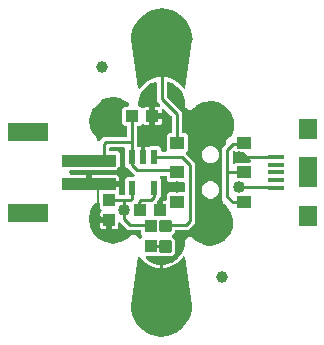
<source format=gbr>
G04 EAGLE Gerber RS-274X export*
G75*
%MOMM*%
%FSLAX34Y34*%
%LPD*%
%INTop Copper*%
%IPPOS*%
%AMOC8*
5,1,8,0,0,1.08239X$1,22.5*%
G01*
%ADD10R,1.150000X1.000000*%
%ADD11R,4.600000X1.000000*%
%ADD12R,3.400000X1.600000*%
%ADD13C,4.064000*%
%ADD14R,0.550000X1.200000*%
%ADD15R,1.400000X0.400000*%
%ADD16R,1.500000X1.800000*%
%ADD17R,1.500000X2.500000*%
%ADD18R,1.000000X1.100000*%
%ADD19C,0.300000*%
%ADD20R,1.100000X1.000000*%
%ADD21C,1.000000*%
%ADD22C,0.254000*%
%ADD23C,1.016000*%
%ADD24C,0.203200*%

G36*
X2080Y-103748D02*
X2080Y-103748D01*
X2129Y-103752D01*
X2289Y-103735D01*
X2935Y-103625D01*
X2944Y-103622D01*
X3080Y-103591D01*
X7078Y-102409D01*
X7092Y-102402D01*
X7207Y-102363D01*
X8064Y-102005D01*
X8075Y-101999D01*
X8179Y-101949D01*
X8186Y-101946D01*
X8188Y-101945D01*
X8193Y-101943D01*
X10004Y-100933D01*
X10014Y-100925D01*
X10125Y-100856D01*
X11810Y-99648D01*
X11820Y-99639D01*
X11922Y-99558D01*
X13461Y-98168D01*
X13469Y-98159D01*
X13479Y-98152D01*
X13492Y-98136D01*
X13562Y-98066D01*
X14934Y-96512D01*
X14946Y-96494D01*
X15001Y-96428D01*
X15315Y-96005D01*
X15318Y-96000D01*
X15654Y-95545D01*
X15655Y-95544D01*
X15656Y-95543D01*
X15659Y-95538D01*
X15664Y-95530D01*
X15677Y-95514D01*
X15926Y-95158D01*
X15931Y-95154D01*
X15948Y-95134D01*
X16289Y-94862D01*
X16297Y-94854D01*
X16315Y-94841D01*
X16332Y-94827D01*
X16350Y-94807D01*
X16396Y-94767D01*
X16396Y-94766D01*
X16404Y-94756D01*
X16428Y-94737D01*
X16533Y-94614D01*
X17393Y-93462D01*
X17454Y-93355D01*
X17521Y-93252D01*
X17541Y-93202D01*
X17550Y-93186D01*
X17556Y-93165D01*
X17581Y-93103D01*
X19445Y-87493D01*
X19459Y-87422D01*
X19483Y-87354D01*
X19506Y-87195D01*
X19741Y-84268D01*
X19741Y-84249D01*
X19745Y-84197D01*
X19747Y-84103D01*
X19746Y-84093D01*
X19748Y-84072D01*
X19748Y-82395D01*
X20962Y-81239D01*
X20969Y-81231D01*
X20985Y-81217D01*
X22171Y-80031D01*
X23847Y-80072D01*
X23857Y-80071D01*
X23878Y-80073D01*
X25555Y-80073D01*
X26711Y-81287D01*
X26719Y-81293D01*
X26733Y-81310D01*
X26800Y-81377D01*
X26815Y-81388D01*
X26853Y-81427D01*
X29077Y-83409D01*
X29140Y-83452D01*
X29196Y-83503D01*
X29334Y-83587D01*
X34648Y-86363D01*
X34768Y-86408D01*
X34885Y-86458D01*
X34930Y-86468D01*
X34946Y-86474D01*
X34968Y-86476D01*
X35043Y-86493D01*
X40968Y-87406D01*
X41096Y-87409D01*
X41224Y-87419D01*
X41269Y-87414D01*
X41286Y-87414D01*
X41308Y-87410D01*
X41384Y-87401D01*
X47287Y-86353D01*
X47409Y-86315D01*
X47533Y-86283D01*
X47574Y-86264D01*
X47591Y-86258D01*
X47609Y-86247D01*
X47679Y-86214D01*
X52928Y-83317D01*
X53031Y-83241D01*
X53138Y-83171D01*
X53171Y-83140D01*
X53185Y-83129D01*
X53199Y-83113D01*
X53254Y-83059D01*
X57287Y-78623D01*
X57360Y-78518D01*
X57439Y-78417D01*
X57459Y-78377D01*
X57470Y-78363D01*
X57477Y-78342D01*
X57512Y-78274D01*
X59898Y-72773D01*
X59933Y-72651D01*
X59975Y-72530D01*
X59982Y-72485D01*
X59987Y-72468D01*
X59987Y-72446D01*
X59998Y-72370D01*
X60481Y-66394D01*
X60475Y-66267D01*
X60476Y-66139D01*
X60467Y-66094D01*
X60467Y-66076D01*
X60460Y-66056D01*
X60446Y-65980D01*
X58974Y-60168D01*
X58927Y-60049D01*
X58887Y-59928D01*
X58864Y-59888D01*
X58858Y-59872D01*
X58845Y-59854D01*
X58808Y-59788D01*
X55539Y-54761D01*
X55490Y-54703D01*
X55449Y-54640D01*
X55338Y-54523D01*
X53132Y-52477D01*
X53114Y-52465D01*
X53053Y-52410D01*
X51728Y-51370D01*
X51362Y-48327D01*
X51356Y-48305D01*
X51355Y-48282D01*
X51318Y-48151D01*
X51284Y-48019D01*
X51273Y-47999D01*
X51267Y-47977D01*
X51244Y-47937D01*
X51244Y-4561D01*
X54247Y-1558D01*
X54283Y-1511D01*
X54326Y-1472D01*
X54380Y-1386D01*
X54442Y-1306D01*
X54465Y-1253D01*
X54497Y-1204D01*
X54528Y-1108D01*
X54569Y-1014D01*
X54578Y-957D01*
X54596Y-902D01*
X54616Y-742D01*
X54790Y1942D01*
X57319Y4165D01*
X57453Y4156D01*
X57562Y4163D01*
X57671Y4161D01*
X57720Y4172D01*
X57771Y4176D01*
X57874Y4209D01*
X57980Y4234D01*
X58025Y4258D01*
X58073Y4273D01*
X58165Y4331D01*
X58262Y4382D01*
X58299Y4416D01*
X58342Y4443D01*
X58417Y4522D01*
X58497Y4595D01*
X58545Y4658D01*
X58560Y4675D01*
X58569Y4689D01*
X58594Y4724D01*
X58954Y5268D01*
X58989Y5341D01*
X59033Y5408D01*
X59093Y5551D01*
X59094Y5554D01*
X59094Y5555D01*
X59095Y5557D01*
X61152Y11576D01*
X61179Y11707D01*
X61212Y11837D01*
X61213Y11873D01*
X61216Y11887D01*
X61215Y11909D01*
X61220Y11998D01*
X61163Y18358D01*
X61145Y18491D01*
X61132Y18624D01*
X61122Y18659D01*
X61120Y18673D01*
X61112Y18693D01*
X61087Y18779D01*
X58921Y24759D01*
X58860Y24879D01*
X58804Y25000D01*
X58783Y25029D01*
X58776Y25043D01*
X58762Y25059D01*
X58710Y25131D01*
X54681Y30054D01*
X54584Y30146D01*
X54491Y30242D01*
X54461Y30262D01*
X54451Y30273D01*
X54432Y30283D01*
X54359Y30334D01*
X48924Y33640D01*
X48802Y33695D01*
X48682Y33754D01*
X48648Y33764D01*
X48634Y33770D01*
X48613Y33774D01*
X48527Y33798D01*
X42304Y35112D01*
X42170Y35123D01*
X42037Y35139D01*
X42001Y35137D01*
X41987Y35138D01*
X41965Y35135D01*
X41876Y35129D01*
X35570Y34303D01*
X35440Y34269D01*
X35309Y34240D01*
X35276Y34226D01*
X35262Y34222D01*
X35243Y34212D01*
X35161Y34177D01*
X29486Y31304D01*
X29419Y31258D01*
X29347Y31222D01*
X29225Y31127D01*
X29223Y31126D01*
X29222Y31125D01*
X29220Y31123D01*
X27030Y29193D01*
X27022Y29184D01*
X27013Y29177D01*
X27009Y29174D01*
X27008Y29173D01*
X27002Y29168D01*
X26696Y28882D01*
X26684Y28867D01*
X26647Y28833D01*
X25509Y27644D01*
X25503Y27643D01*
X25475Y27628D01*
X23823Y27683D01*
X23805Y27681D01*
X23754Y27683D01*
X22109Y27647D01*
X22104Y27650D01*
X22073Y27659D01*
X20944Y28866D01*
X20930Y28878D01*
X20895Y28916D01*
X19707Y30054D01*
X19705Y30059D01*
X19690Y30087D01*
X19745Y31739D01*
X19743Y31758D01*
X19746Y31809D01*
X19735Y32296D01*
X19734Y32305D01*
X19734Y32326D01*
X19618Y34884D01*
X19607Y34952D01*
X19605Y35021D01*
X19570Y35178D01*
X17966Y40737D01*
X17919Y40846D01*
X17880Y40958D01*
X17849Y41010D01*
X17841Y41029D01*
X17828Y41045D01*
X17798Y41097D01*
X15877Y43936D01*
X15867Y43947D01*
X15846Y43979D01*
X15816Y44019D01*
X15804Y44032D01*
X15775Y44072D01*
X13777Y46491D01*
X13762Y46506D01*
X13750Y46523D01*
X13636Y46637D01*
X13208Y47013D01*
X13192Y47024D01*
X13150Y47061D01*
X10309Y49273D01*
X10293Y49283D01*
X10204Y49347D01*
X9278Y49928D01*
X9228Y49951D01*
X9183Y49982D01*
X9035Y50046D01*
X6020Y51138D01*
X6000Y51143D01*
X5981Y51152D01*
X5845Y51178D01*
X5710Y51208D01*
X5689Y51208D01*
X5668Y51212D01*
X5530Y51203D01*
X5392Y51199D01*
X5372Y51193D01*
X5351Y51192D01*
X5219Y51149D01*
X5086Y51111D01*
X5068Y51100D01*
X5049Y51094D01*
X4932Y51020D01*
X4812Y50950D01*
X4798Y50935D01*
X4780Y50924D01*
X4685Y50823D01*
X4587Y50725D01*
X4576Y50707D01*
X4562Y50692D01*
X4495Y50571D01*
X4424Y50452D01*
X4419Y50432D01*
X4408Y50414D01*
X4374Y50280D01*
X4335Y50147D01*
X4334Y50126D01*
X4329Y50106D01*
X4319Y49945D01*
X4319Y38827D01*
X4331Y38729D01*
X4334Y38630D01*
X4351Y38572D01*
X4359Y38512D01*
X4395Y38420D01*
X4423Y38324D01*
X4453Y38272D01*
X4476Y38216D01*
X4534Y38136D01*
X4584Y38050D01*
X4650Y37975D01*
X4662Y37959D01*
X4672Y37951D01*
X4690Y37930D01*
X17019Y25601D01*
X17019Y8918D01*
X17034Y8800D01*
X17041Y8681D01*
X17054Y8643D01*
X17059Y8602D01*
X17102Y8492D01*
X17139Y8379D01*
X17161Y8344D01*
X17176Y8307D01*
X17245Y8211D01*
X17309Y8110D01*
X17339Y8082D01*
X17362Y8049D01*
X17454Y7973D01*
X17541Y7892D01*
X17576Y7872D01*
X17607Y7847D01*
X17715Y7796D01*
X17819Y7738D01*
X17859Y7728D01*
X17895Y7711D01*
X18012Y7689D01*
X18127Y7659D01*
X18187Y7655D01*
X18207Y7651D01*
X18228Y7653D01*
X18288Y7649D01*
X20038Y7649D01*
X21824Y5863D01*
X21824Y-6663D01*
X20576Y-7911D01*
X20503Y-8005D01*
X20424Y-8094D01*
X20406Y-8130D01*
X20381Y-8162D01*
X20334Y-8271D01*
X20279Y-8377D01*
X20271Y-8417D01*
X20255Y-8454D01*
X20236Y-8572D01*
X20210Y-8688D01*
X20211Y-8728D01*
X20205Y-8768D01*
X20216Y-8887D01*
X20219Y-9005D01*
X20231Y-9044D01*
X20235Y-9085D01*
X20275Y-9197D01*
X20308Y-9311D01*
X20328Y-9346D01*
X20342Y-9384D01*
X20409Y-9482D01*
X20469Y-9585D01*
X20509Y-9630D01*
X20521Y-9647D01*
X20536Y-9660D01*
X20576Y-9706D01*
X28131Y-17261D01*
X28131Y-68464D01*
X22426Y-74169D01*
X12493Y-74169D01*
X12375Y-74184D01*
X12256Y-74191D01*
X12218Y-74204D01*
X12177Y-74209D01*
X12067Y-74252D01*
X11954Y-74289D01*
X11919Y-74311D01*
X11882Y-74326D01*
X11786Y-74395D01*
X11685Y-74459D01*
X11657Y-74489D01*
X11624Y-74512D01*
X11548Y-74604D01*
X11467Y-74691D01*
X11447Y-74726D01*
X11422Y-74757D01*
X11371Y-74865D01*
X11313Y-74969D01*
X11303Y-75009D01*
X11286Y-75045D01*
X11264Y-75162D01*
X11234Y-75277D01*
X11230Y-75337D01*
X11226Y-75357D01*
X11228Y-75378D01*
X11224Y-75438D01*
X11224Y-75989D01*
X8735Y-78477D01*
X8662Y-78572D01*
X8584Y-78661D01*
X8565Y-78697D01*
X8540Y-78729D01*
X8493Y-78838D01*
X8439Y-78944D01*
X8430Y-78983D01*
X8414Y-79021D01*
X8395Y-79138D01*
X8369Y-79254D01*
X8371Y-79295D01*
X8364Y-79335D01*
X8375Y-79453D01*
X8379Y-79572D01*
X8390Y-79611D01*
X8394Y-79651D01*
X8434Y-79764D01*
X8467Y-79878D01*
X8488Y-79912D01*
X8502Y-79951D01*
X8568Y-80049D01*
X8629Y-80152D01*
X8669Y-80197D01*
X8680Y-80214D01*
X8695Y-80227D01*
X8735Y-80272D01*
X11224Y-82761D01*
X11224Y-93529D01*
X8559Y-96194D01*
X-2506Y-96194D01*
X-2605Y-96206D01*
X-2704Y-96209D01*
X-2762Y-96226D01*
X-2822Y-96234D01*
X-2914Y-96270D01*
X-3009Y-96298D01*
X-3061Y-96328D01*
X-3118Y-96351D01*
X-3198Y-96409D01*
X-3223Y-96424D01*
X-12323Y-96424D01*
X-12372Y-96430D01*
X-12423Y-96428D01*
X-12530Y-96450D01*
X-12638Y-96464D01*
X-12685Y-96482D01*
X-12734Y-96492D01*
X-12832Y-96540D01*
X-12934Y-96581D01*
X-12974Y-96610D01*
X-13020Y-96632D01*
X-13103Y-96703D01*
X-13191Y-96767D01*
X-13223Y-96806D01*
X-13261Y-96839D01*
X-13324Y-96928D01*
X-13394Y-97012D01*
X-13415Y-97058D01*
X-13444Y-97099D01*
X-13483Y-97201D01*
X-13530Y-97300D01*
X-13539Y-97349D01*
X-13557Y-97396D01*
X-13569Y-97505D01*
X-13589Y-97612D01*
X-13586Y-97663D01*
X-13592Y-97712D01*
X-13576Y-97821D01*
X-13570Y-97930D01*
X-13554Y-97978D01*
X-13547Y-98027D01*
X-13505Y-98128D01*
X-13472Y-98232D01*
X-13445Y-98275D01*
X-13426Y-98321D01*
X-13360Y-98409D01*
X-13301Y-98501D01*
X-13265Y-98535D01*
X-13235Y-98576D01*
X-13116Y-98684D01*
X-9927Y-101236D01*
X-9822Y-101301D01*
X-9721Y-101371D01*
X-9672Y-101392D01*
X-9655Y-101402D01*
X-9635Y-101409D01*
X-9574Y-101436D01*
X-4029Y-103486D01*
X-3909Y-103514D01*
X-3792Y-103548D01*
X-3738Y-103554D01*
X-3719Y-103558D01*
X-3698Y-103557D01*
X-3631Y-103564D01*
X2032Y-103753D01*
X2080Y-103748D01*
G37*
G36*
X-421Y-164609D02*
X-421Y-164609D01*
X-345Y-164614D01*
X3638Y-164222D01*
X3729Y-164200D01*
X3795Y-164194D01*
X7667Y-163183D01*
X7753Y-163147D01*
X7818Y-163131D01*
X11484Y-161527D01*
X11564Y-161478D01*
X11625Y-161452D01*
X14995Y-159295D01*
X15066Y-159234D01*
X15122Y-159198D01*
X18114Y-156540D01*
X18175Y-156469D01*
X18224Y-156425D01*
X20764Y-153332D01*
X20812Y-153252D01*
X20855Y-153201D01*
X22878Y-149748D01*
X22914Y-149662D01*
X22948Y-149605D01*
X24407Y-145878D01*
X24428Y-145787D01*
X24453Y-145726D01*
X25311Y-141817D01*
X25318Y-141723D01*
X25333Y-141659D01*
X25569Y-137664D01*
X25558Y-137532D01*
X25560Y-137453D01*
X19560Y-97453D01*
X19559Y-97452D01*
X19559Y-97450D01*
X19519Y-97319D01*
X19516Y-97307D01*
X19494Y-97221D01*
X19487Y-97211D01*
X19478Y-97181D01*
X19477Y-97179D01*
X19477Y-97177D01*
X19401Y-97060D01*
X19358Y-96993D01*
X19348Y-96977D01*
X19346Y-96975D01*
X19325Y-96942D01*
X19323Y-96940D01*
X19322Y-96939D01*
X19216Y-96846D01*
X19111Y-96754D01*
X19109Y-96753D01*
X19108Y-96752D01*
X18980Y-96693D01*
X18854Y-96634D01*
X18852Y-96633D01*
X18850Y-96632D01*
X18710Y-96611D01*
X18573Y-96589D01*
X18571Y-96589D01*
X18569Y-96589D01*
X18432Y-96606D01*
X18291Y-96624D01*
X18289Y-96625D01*
X18287Y-96625D01*
X18162Y-96679D01*
X18029Y-96736D01*
X18028Y-96737D01*
X18026Y-96738D01*
X18013Y-96749D01*
X18008Y-96753D01*
X18007Y-96754D01*
X18004Y-96756D01*
X17809Y-96916D01*
X17800Y-96929D01*
X17790Y-96937D01*
X17783Y-96949D01*
X17773Y-96958D01*
X15464Y-99754D01*
X12800Y-102093D01*
X9797Y-103977D01*
X6532Y-105359D01*
X3089Y-106202D01*
X-445Y-106486D01*
X-3978Y-106202D01*
X-7421Y-105359D01*
X-10686Y-103977D01*
X-13689Y-102093D01*
X-16353Y-99754D01*
X-18662Y-96958D01*
X-18663Y-96956D01*
X-18664Y-96955D01*
X-18768Y-96860D01*
X-18839Y-96795D01*
X-18853Y-96782D01*
X-18854Y-96782D01*
X-18872Y-96766D01*
X-18873Y-96765D01*
X-18875Y-96764D01*
X-19005Y-96700D01*
X-19126Y-96640D01*
X-19128Y-96640D01*
X-19130Y-96639D01*
X-19270Y-96614D01*
X-19406Y-96589D01*
X-19408Y-96590D01*
X-19410Y-96589D01*
X-19546Y-96604D01*
X-19689Y-96619D01*
X-19691Y-96619D01*
X-19693Y-96620D01*
X-19820Y-96672D01*
X-19953Y-96725D01*
X-19954Y-96726D01*
X-19956Y-96727D01*
X-20064Y-96812D01*
X-20176Y-96900D01*
X-20177Y-96902D01*
X-20179Y-96903D01*
X-20203Y-96937D01*
X-20204Y-96937D01*
X-20207Y-96943D01*
X-20260Y-97016D01*
X-20343Y-97131D01*
X-20343Y-97133D01*
X-20345Y-97134D01*
X-20350Y-97151D01*
X-20355Y-97164D01*
X-20361Y-97174D01*
X-20385Y-97248D01*
X-20439Y-97398D01*
X-20440Y-97423D01*
X-20447Y-97445D01*
X-20447Y-97449D01*
X-20449Y-97453D01*
X-26449Y-137453D01*
X-26450Y-137586D01*
X-26458Y-137664D01*
X-26222Y-141659D01*
X-26204Y-141751D01*
X-26200Y-141817D01*
X-25342Y-145726D01*
X-25310Y-145814D01*
X-25296Y-145878D01*
X-23837Y-149605D01*
X-23791Y-149687D01*
X-23768Y-149748D01*
X-21744Y-153201D01*
X-21686Y-153274D01*
X-21653Y-153332D01*
X-19114Y-156425D01*
X-19045Y-156489D01*
X-19003Y-156540D01*
X-16012Y-159199D01*
X-15934Y-159250D01*
X-15885Y-159295D01*
X-12514Y-161452D01*
X-12429Y-161491D01*
X-12373Y-161528D01*
X-8707Y-163131D01*
X-8617Y-163157D01*
X-8556Y-163184D01*
X-4684Y-164194D01*
X-4591Y-164205D01*
X-4527Y-164222D01*
X-544Y-164614D01*
X-421Y-164609D01*
G37*
G36*
X-18877Y45552D02*
X-18877Y45552D01*
X-18735Y45570D01*
X-18734Y45571D01*
X-18732Y45571D01*
X-18607Y45625D01*
X-18474Y45682D01*
X-18472Y45683D01*
X-18471Y45684D01*
X-18458Y45695D01*
X-18254Y45862D01*
X-18236Y45887D01*
X-18217Y45904D01*
X-15908Y48700D01*
X-13244Y51039D01*
X-10242Y52923D01*
X-6977Y54305D01*
X-3534Y55148D01*
X0Y55432D01*
X3534Y55148D01*
X6977Y54305D01*
X10242Y52923D01*
X13244Y51039D01*
X15908Y48700D01*
X18217Y45904D01*
X18219Y45902D01*
X18220Y45901D01*
X18324Y45806D01*
X18427Y45712D01*
X18429Y45711D01*
X18430Y45710D01*
X18560Y45646D01*
X18682Y45586D01*
X18684Y45586D01*
X18685Y45585D01*
X18826Y45560D01*
X18962Y45535D01*
X18964Y45536D01*
X18965Y45535D01*
X19102Y45550D01*
X19244Y45565D01*
X19246Y45565D01*
X19248Y45566D01*
X19376Y45618D01*
X19508Y45671D01*
X19510Y45672D01*
X19511Y45673D01*
X19619Y45758D01*
X19732Y45846D01*
X19733Y45848D01*
X19734Y45849D01*
X19815Y45962D01*
X19898Y46077D01*
X19899Y46079D01*
X19900Y46080D01*
X19906Y46097D01*
X19994Y46344D01*
X19996Y46375D01*
X20004Y46399D01*
X26004Y86399D01*
X26005Y86532D01*
X26014Y86610D01*
X25778Y90605D01*
X25759Y90697D01*
X25756Y90763D01*
X24898Y94672D01*
X24865Y94760D01*
X24852Y94824D01*
X23393Y98551D01*
X23347Y98633D01*
X23323Y98694D01*
X21299Y102147D01*
X21241Y102220D01*
X21208Y102278D01*
X18669Y105371D01*
X18600Y105435D01*
X18559Y105486D01*
X15567Y108145D01*
X15489Y108196D01*
X15440Y108241D01*
X12069Y110398D01*
X11984Y110437D01*
X11929Y110474D01*
X8262Y112077D01*
X8172Y112103D01*
X8112Y112130D01*
X4239Y113140D01*
X4146Y113151D01*
X4082Y113168D01*
X100Y113560D01*
X8Y113557D01*
X-43Y113557D01*
X-100Y113560D01*
X-4082Y113168D01*
X-4173Y113146D01*
X-4239Y113140D01*
X-8112Y112129D01*
X-8198Y112093D01*
X-8262Y112077D01*
X-11929Y110473D01*
X-12008Y110424D01*
X-12069Y110398D01*
X-15440Y108241D01*
X-15511Y108180D01*
X-15567Y108144D01*
X-18559Y105486D01*
X-18619Y105415D01*
X-18669Y105371D01*
X-21208Y102278D01*
X-21257Y102198D01*
X-21299Y102147D01*
X-23323Y98694D01*
X-23359Y98608D01*
X-23392Y98551D01*
X-24851Y94824D01*
X-24873Y94733D01*
X-24898Y94672D01*
X-25756Y90763D01*
X-25763Y90669D01*
X-25777Y90605D01*
X-26013Y86610D01*
X-26003Y86478D01*
X-26004Y86399D01*
X-20004Y46399D01*
X-20003Y46398D01*
X-20003Y46396D01*
X-19964Y46265D01*
X-19923Y46127D01*
X-19922Y46125D01*
X-19921Y46123D01*
X-19845Y46006D01*
X-19769Y45888D01*
X-19768Y45886D01*
X-19767Y45885D01*
X-19660Y45792D01*
X-19556Y45700D01*
X-19554Y45699D01*
X-19552Y45698D01*
X-19424Y45639D01*
X-19298Y45580D01*
X-19296Y45579D01*
X-19295Y45578D01*
X-19155Y45557D01*
X-19017Y45535D01*
X-19016Y45535D01*
X-19014Y45535D01*
X-18877Y45552D01*
G37*
G36*
X-15652Y-13548D02*
X-15652Y-13548D01*
X-15533Y-13541D01*
X-15495Y-13528D01*
X-15454Y-13523D01*
X-15344Y-13479D01*
X-15231Y-13443D01*
X-15196Y-13421D01*
X-15159Y-13406D01*
X-15062Y-13336D01*
X-14962Y-13273D01*
X-14934Y-13243D01*
X-14901Y-13219D01*
X-14825Y-13128D01*
X-14744Y-13041D01*
X-14724Y-13006D01*
X-14699Y-12974D01*
X-14648Y-12867D01*
X-14590Y-12762D01*
X-14580Y-12723D01*
X-14563Y-12687D01*
X-14541Y-12570D01*
X-14511Y-12454D01*
X-14507Y-12394D01*
X-14503Y-12374D01*
X-14505Y-12354D01*
X-14501Y-12294D01*
X-14501Y-3858D01*
X-12791Y-3858D01*
X-12004Y-4069D01*
X-11899Y-4083D01*
X-11796Y-4107D01*
X-11742Y-4105D01*
X-11689Y-4112D01*
X-11584Y-4100D01*
X-11478Y-4097D01*
X-11427Y-4082D01*
X-11373Y-4076D01*
X-11274Y-4038D01*
X-11173Y-4008D01*
X-11126Y-3981D01*
X-11076Y-3962D01*
X-10990Y-3901D01*
X-10899Y-3847D01*
X-10835Y-3790D01*
X-10817Y-3778D01*
X-10807Y-3766D01*
X-10778Y-3740D01*
X-10388Y-3350D01*
X-2362Y-3350D01*
X-576Y-5136D01*
X-576Y-6811D01*
X-561Y-6929D01*
X-554Y-7048D01*
X-542Y-7086D01*
X-536Y-7127D01*
X-493Y-7237D01*
X-456Y-7350D01*
X-434Y-7385D01*
X-419Y-7422D01*
X-350Y-7518D01*
X-286Y-7619D01*
X-256Y-7647D01*
X-233Y-7680D01*
X-141Y-7756D01*
X-54Y-7837D01*
X-19Y-7857D01*
X12Y-7882D01*
X120Y-7933D01*
X224Y-7991D01*
X264Y-8001D01*
X300Y-8018D01*
X417Y-8040D01*
X532Y-8070D01*
X592Y-8074D01*
X612Y-8078D01*
X633Y-8076D01*
X693Y-8080D01*
X2957Y-8080D01*
X3075Y-8065D01*
X3194Y-8058D01*
X3232Y-8045D01*
X3273Y-8040D01*
X3383Y-7997D01*
X3496Y-7960D01*
X3531Y-7938D01*
X3568Y-7923D01*
X3664Y-7854D01*
X3765Y-7790D01*
X3793Y-7760D01*
X3826Y-7737D01*
X3902Y-7645D01*
X3983Y-7558D01*
X4003Y-7523D01*
X4028Y-7492D01*
X4079Y-7384D01*
X4137Y-7280D01*
X4147Y-7240D01*
X4164Y-7204D01*
X4186Y-7087D01*
X4216Y-6972D01*
X4220Y-6912D01*
X4224Y-6892D01*
X4222Y-6871D01*
X4226Y-6811D01*
X4226Y5863D01*
X6012Y7649D01*
X7112Y7649D01*
X7230Y7664D01*
X7349Y7671D01*
X7387Y7684D01*
X7428Y7689D01*
X7538Y7732D01*
X7651Y7769D01*
X7686Y7791D01*
X7723Y7806D01*
X7819Y7875D01*
X7920Y7939D01*
X7948Y7969D01*
X7981Y7992D01*
X8057Y8084D01*
X8138Y8171D01*
X8158Y8206D01*
X8183Y8237D01*
X8234Y8345D01*
X8292Y8449D01*
X8302Y8489D01*
X8319Y8525D01*
X8341Y8642D01*
X8371Y8757D01*
X8375Y8817D01*
X8379Y8837D01*
X8377Y8858D01*
X8381Y8918D01*
X8381Y21498D01*
X8369Y21596D01*
X8366Y21695D01*
X8349Y21753D01*
X8341Y21813D01*
X8305Y21905D01*
X8277Y22001D01*
X8247Y22053D01*
X8224Y22109D01*
X8166Y22189D01*
X8116Y22275D01*
X8050Y22350D01*
X8038Y22366D01*
X8028Y22374D01*
X8010Y22395D01*
X2197Y28207D01*
X2088Y28293D01*
X1981Y28381D01*
X1962Y28390D01*
X1946Y28402D01*
X1818Y28458D01*
X1693Y28517D01*
X1673Y28521D01*
X1654Y28529D01*
X1516Y28551D01*
X1380Y28577D01*
X1360Y28575D01*
X1340Y28579D01*
X1201Y28565D01*
X1063Y28557D01*
X1044Y28551D01*
X1024Y28549D01*
X892Y28502D01*
X761Y28459D01*
X743Y28448D01*
X724Y28441D01*
X609Y28363D01*
X492Y28289D01*
X478Y28274D01*
X461Y28263D01*
X369Y28158D01*
X274Y28057D01*
X264Y28039D01*
X251Y28024D01*
X187Y27900D01*
X120Y27779D01*
X115Y27759D01*
X106Y27741D01*
X76Y27605D01*
X41Y27471D01*
X39Y27443D01*
X36Y27431D01*
X37Y27410D01*
X31Y27310D01*
X31Y24724D01*
X-5511Y24724D01*
X-5511Y29766D01*
X-2425Y29766D01*
X-2288Y29783D01*
X-2149Y29796D01*
X-2130Y29803D01*
X-2110Y29806D01*
X-1981Y29857D01*
X-1849Y29904D01*
X-1833Y29915D01*
X-1814Y29923D01*
X-1701Y30004D01*
X-1586Y30082D01*
X-1573Y30098D01*
X-1557Y30109D01*
X-1468Y30217D01*
X-1376Y30321D01*
X-1367Y30339D01*
X-1354Y30354D01*
X-1294Y30480D01*
X-1231Y30604D01*
X-1227Y30624D01*
X-1218Y30642D01*
X-1192Y30778D01*
X-1162Y30914D01*
X-1162Y30935D01*
X-1158Y30954D01*
X-1167Y31093D01*
X-1171Y31232D01*
X-1177Y31252D01*
X-1178Y31272D01*
X-1221Y31404D01*
X-1260Y31538D01*
X-1270Y31555D01*
X-1276Y31574D01*
X-1351Y31692D01*
X-1421Y31812D01*
X-1440Y31833D01*
X-1446Y31843D01*
X-1461Y31857D01*
X-1528Y31932D01*
X-4319Y34724D01*
X-4319Y49941D01*
X-4336Y50077D01*
X-4349Y50214D01*
X-4356Y50235D01*
X-4359Y50256D01*
X-4409Y50384D01*
X-4456Y50514D01*
X-4468Y50532D01*
X-4476Y50552D01*
X-4556Y50663D01*
X-4634Y50777D01*
X-4650Y50792D01*
X-4662Y50809D01*
X-4768Y50897D01*
X-4872Y50988D01*
X-4891Y50998D01*
X-4907Y51012D01*
X-5032Y51071D01*
X-5154Y51134D01*
X-5176Y51138D01*
X-5195Y51148D01*
X-5330Y51173D01*
X-5465Y51204D01*
X-5486Y51203D01*
X-5507Y51207D01*
X-5645Y51199D01*
X-5783Y51195D01*
X-5812Y51188D01*
X-5825Y51188D01*
X-5845Y51181D01*
X-5940Y51160D01*
X-7889Y50598D01*
X-7896Y50595D01*
X-8032Y50547D01*
X-8498Y50350D01*
X-8535Y50328D01*
X-8576Y50314D01*
X-8715Y50232D01*
X-12257Y47835D01*
X-12258Y47834D01*
X-12383Y47738D01*
X-13636Y46637D01*
X-13650Y46621D01*
X-13667Y46609D01*
X-13777Y46491D01*
X-15775Y44072D01*
X-15784Y44057D01*
X-15816Y44019D01*
X-16859Y42609D01*
X-16873Y42600D01*
X-16932Y42542D01*
X-16998Y42491D01*
X-17094Y42383D01*
X-17100Y42378D01*
X-17101Y42375D01*
X-17105Y42371D01*
X-17189Y42263D01*
X-17250Y42161D01*
X-17316Y42063D01*
X-17341Y42007D01*
X-17351Y41989D01*
X-17357Y41970D01*
X-17381Y41915D01*
X-19351Y36476D01*
X-19366Y36408D01*
X-19391Y36344D01*
X-19419Y36185D01*
X-19743Y33302D01*
X-19742Y33280D01*
X-19750Y33202D01*
X-19804Y31585D01*
X-19791Y31446D01*
X-19782Y31306D01*
X-19776Y31288D01*
X-19775Y31269D01*
X-19727Y31137D01*
X-19684Y31004D01*
X-19674Y30987D01*
X-19668Y30969D01*
X-19589Y30853D01*
X-19514Y30735D01*
X-19500Y30722D01*
X-19489Y30706D01*
X-19385Y30613D01*
X-19283Y30517D01*
X-19266Y30508D01*
X-19251Y30495D01*
X-19127Y30431D01*
X-19004Y30363D01*
X-18985Y30359D01*
X-18968Y30350D01*
X-18832Y30319D01*
X-18696Y30284D01*
X-18670Y30282D01*
X-18658Y30280D01*
X-18638Y30280D01*
X-18535Y30274D01*
X-18247Y30274D01*
X-17048Y29075D01*
X-16954Y29002D01*
X-16865Y28923D01*
X-16829Y28905D01*
X-16797Y28880D01*
X-16688Y28833D01*
X-16582Y28778D01*
X-16542Y28770D01*
X-16505Y28754D01*
X-16387Y28735D01*
X-16271Y28709D01*
X-16231Y28710D01*
X-16191Y28704D01*
X-16072Y28715D01*
X-15954Y28718D01*
X-15915Y28730D01*
X-15874Y28734D01*
X-15762Y28774D01*
X-15648Y28807D01*
X-15613Y28827D01*
X-15575Y28841D01*
X-15477Y28908D01*
X-15374Y28968D01*
X-15329Y29008D01*
X-15312Y29020D01*
X-15299Y29035D01*
X-15253Y29075D01*
X-15070Y29258D01*
X-14491Y29593D01*
X-13844Y29766D01*
X-10509Y29766D01*
X-10509Y23455D01*
X-10494Y23337D01*
X-10487Y23218D01*
X-10474Y23180D01*
X-10469Y23140D01*
X-10426Y23029D01*
X-10389Y22916D01*
X-10367Y22882D01*
X-10352Y22844D01*
X-10283Y22748D01*
X-10219Y22647D01*
X-10189Y22619D01*
X-10166Y22587D01*
X-10074Y22511D01*
X-9987Y22429D01*
X-9952Y22410D01*
X-9921Y22384D01*
X-9813Y22333D01*
X-9709Y22276D01*
X-9669Y22266D01*
X-9633Y22248D01*
X-9526Y22228D01*
X-9556Y22224D01*
X-9666Y22180D01*
X-9779Y22144D01*
X-9814Y22122D01*
X-9851Y22107D01*
X-9947Y22037D01*
X-10048Y21974D01*
X-10076Y21944D01*
X-10109Y21920D01*
X-10185Y21829D01*
X-10266Y21742D01*
X-10286Y21707D01*
X-10311Y21675D01*
X-10362Y21568D01*
X-10420Y21463D01*
X-10430Y21424D01*
X-10447Y21388D01*
X-10469Y21271D01*
X-10499Y21155D01*
X-10503Y21095D01*
X-10507Y21075D01*
X-10505Y21055D01*
X-10509Y20995D01*
X-10509Y14684D01*
X-13844Y14684D01*
X-14491Y14857D01*
X-15070Y15192D01*
X-15253Y15375D01*
X-15347Y15448D01*
X-15437Y15527D01*
X-15473Y15545D01*
X-15505Y15570D01*
X-15614Y15617D01*
X-15720Y15672D01*
X-15759Y15680D01*
X-15796Y15696D01*
X-15914Y15715D01*
X-16030Y15741D01*
X-16071Y15740D01*
X-16111Y15746D01*
X-16229Y15735D01*
X-16348Y15732D01*
X-16387Y15720D01*
X-16427Y15716D01*
X-16539Y15676D01*
X-16654Y15643D01*
X-16688Y15623D01*
X-16726Y15609D01*
X-16825Y15542D01*
X-16927Y15482D01*
X-16973Y15442D01*
X-16990Y15430D01*
X-17003Y15415D01*
X-17048Y15375D01*
X-18247Y14176D01*
X-19787Y14176D01*
X-19905Y14161D01*
X-20024Y14154D01*
X-20062Y14141D01*
X-20103Y14136D01*
X-20213Y14093D01*
X-20326Y14056D01*
X-20361Y14034D01*
X-20398Y14019D01*
X-20494Y13950D01*
X-20595Y13886D01*
X-20623Y13856D01*
X-20656Y13833D01*
X-20732Y13741D01*
X-20813Y13654D01*
X-20833Y13619D01*
X-20858Y13588D01*
X-20909Y13480D01*
X-20967Y13376D01*
X-20977Y13336D01*
X-20994Y13300D01*
X-21016Y13183D01*
X-21046Y13068D01*
X-21050Y13007D01*
X-21054Y12988D01*
X-21052Y12967D01*
X-21056Y12907D01*
X-21056Y-2766D01*
X-21041Y-2891D01*
X-21031Y-3016D01*
X-21021Y-3048D01*
X-21016Y-3082D01*
X-20970Y-3198D01*
X-20930Y-3318D01*
X-20912Y-3346D01*
X-20899Y-3377D01*
X-20826Y-3479D01*
X-20757Y-3584D01*
X-20732Y-3607D01*
X-20713Y-3635D01*
X-20616Y-3715D01*
X-20523Y-3800D01*
X-20494Y-3816D01*
X-20468Y-3837D01*
X-20354Y-3891D01*
X-20243Y-3950D01*
X-20210Y-3959D01*
X-20180Y-3973D01*
X-20056Y-3997D01*
X-19934Y-4027D01*
X-19901Y-4026D01*
X-19868Y-4033D01*
X-19742Y-4025D01*
X-19616Y-4024D01*
X-19568Y-4014D01*
X-19550Y-4013D01*
X-19530Y-4006D01*
X-19458Y-3992D01*
X-18959Y-3858D01*
X-17249Y-3858D01*
X-17249Y-12294D01*
X-17234Y-12412D01*
X-17227Y-12531D01*
X-17214Y-12569D01*
X-17209Y-12609D01*
X-17166Y-12720D01*
X-17129Y-12833D01*
X-17107Y-12867D01*
X-17092Y-12905D01*
X-17023Y-13001D01*
X-16959Y-13102D01*
X-16929Y-13130D01*
X-16906Y-13162D01*
X-16814Y-13238D01*
X-16727Y-13320D01*
X-16692Y-13339D01*
X-16661Y-13365D01*
X-16553Y-13416D01*
X-16449Y-13473D01*
X-16409Y-13483D01*
X-16373Y-13501D01*
X-16256Y-13523D01*
X-16141Y-13553D01*
X-16081Y-13557D01*
X-16061Y-13560D01*
X-16040Y-13559D01*
X-15980Y-13563D01*
X-15770Y-13563D01*
X-15652Y-13548D01*
G37*
G36*
X-53345Y880D02*
X-53345Y880D01*
X-53192Y885D01*
X-53187Y886D01*
X-53181Y886D01*
X-53033Y931D01*
X-52886Y973D01*
X-52882Y976D01*
X-52877Y977D01*
X-52744Y1057D01*
X-52613Y1135D01*
X-52607Y1139D01*
X-52604Y1141D01*
X-52598Y1147D01*
X-52492Y1241D01*
X-52316Y1417D01*
X-52315Y1417D01*
X-49414Y4319D01*
X-30963Y4319D01*
X-30845Y4334D01*
X-30726Y4341D01*
X-30688Y4354D01*
X-30647Y4359D01*
X-30537Y4402D01*
X-30424Y4439D01*
X-30389Y4461D01*
X-30352Y4476D01*
X-30256Y4545D01*
X-30155Y4609D01*
X-30127Y4639D01*
X-30094Y4662D01*
X-30018Y4754D01*
X-29937Y4841D01*
X-29917Y4876D01*
X-29892Y4907D01*
X-29841Y5015D01*
X-29783Y5119D01*
X-29773Y5159D01*
X-29756Y5195D01*
X-29734Y5312D01*
X-29704Y5427D01*
X-29700Y5487D01*
X-29696Y5507D01*
X-29698Y5528D01*
X-29694Y5588D01*
X-29694Y12907D01*
X-29709Y13025D01*
X-29716Y13144D01*
X-29729Y13182D01*
X-29734Y13223D01*
X-29777Y13333D01*
X-29814Y13446D01*
X-29836Y13481D01*
X-29851Y13518D01*
X-29920Y13614D01*
X-29984Y13715D01*
X-30014Y13743D01*
X-30037Y13776D01*
X-30129Y13852D01*
X-30216Y13933D01*
X-30251Y13953D01*
X-30282Y13978D01*
X-30390Y14029D01*
X-30494Y14087D01*
X-30534Y14097D01*
X-30570Y14114D01*
X-30687Y14136D01*
X-30802Y14166D01*
X-30862Y14170D01*
X-30882Y14174D01*
X-30903Y14172D01*
X-30963Y14176D01*
X-31773Y14176D01*
X-33559Y15962D01*
X-33559Y28488D01*
X-31773Y30274D01*
X-29209Y30274D01*
X-29112Y30286D01*
X-29014Y30289D01*
X-28955Y30306D01*
X-28894Y30314D01*
X-28803Y30350D01*
X-28708Y30377D01*
X-28655Y30408D01*
X-28598Y30431D01*
X-28519Y30488D01*
X-28434Y30538D01*
X-28391Y30581D01*
X-28341Y30617D01*
X-28278Y30693D01*
X-28209Y30762D01*
X-28177Y30815D01*
X-28138Y30862D01*
X-28096Y30951D01*
X-28046Y31035D01*
X-28029Y31095D01*
X-28002Y31150D01*
X-27984Y31246D01*
X-27956Y31340D01*
X-27946Y31443D01*
X-27943Y31462D01*
X-27943Y31474D01*
X-27941Y31501D01*
X-27906Y32546D01*
X-27920Y32697D01*
X-27933Y32854D01*
X-27935Y32858D01*
X-27935Y32862D01*
X-27987Y33007D01*
X-28039Y33154D01*
X-28041Y33158D01*
X-28042Y33162D01*
X-28129Y33289D01*
X-28215Y33419D01*
X-28219Y33423D01*
X-28220Y33425D01*
X-28226Y33430D01*
X-28328Y33534D01*
X-29023Y34156D01*
X-29080Y34195D01*
X-29131Y34242D01*
X-29267Y34328D01*
X-34447Y37120D01*
X-34557Y37163D01*
X-34665Y37213D01*
X-34724Y37227D01*
X-34743Y37235D01*
X-34763Y37237D01*
X-34821Y37251D01*
X-40610Y38307D01*
X-40728Y38313D01*
X-40846Y38327D01*
X-40907Y38323D01*
X-40928Y38324D01*
X-40948Y38320D01*
X-41007Y38316D01*
X-46839Y37531D01*
X-46953Y37501D01*
X-47070Y37477D01*
X-47126Y37455D01*
X-47146Y37449D01*
X-47164Y37439D01*
X-47219Y37417D01*
X-51333Y35440D01*
X-51434Y35375D01*
X-51539Y35315D01*
X-51583Y35279D01*
X-51600Y35268D01*
X-51614Y35252D01*
X-51662Y35212D01*
X-57775Y29340D01*
X-57849Y29249D01*
X-57928Y29163D01*
X-57962Y29109D01*
X-57975Y29092D01*
X-57984Y29074D01*
X-58013Y29027D01*
X-60139Y25085D01*
X-60182Y24974D01*
X-60231Y24866D01*
X-60246Y24807D01*
X-60253Y24788D01*
X-60256Y24768D01*
X-60270Y24710D01*
X-61326Y18921D01*
X-61332Y18803D01*
X-61346Y18685D01*
X-61342Y18624D01*
X-61343Y18604D01*
X-61339Y18584D01*
X-61335Y18524D01*
X-60550Y12693D01*
X-60519Y12578D01*
X-60496Y12461D01*
X-60473Y12405D01*
X-60468Y12385D01*
X-60458Y12368D01*
X-60436Y12312D01*
X-57887Y7009D01*
X-57850Y6951D01*
X-57821Y6888D01*
X-57727Y6757D01*
X-55863Y4469D01*
X-55847Y4454D01*
X-55797Y4394D01*
X-54635Y3176D01*
X-54658Y2168D01*
X-54643Y2016D01*
X-54628Y1862D01*
X-54626Y1857D01*
X-54626Y1851D01*
X-54572Y1707D01*
X-54520Y1563D01*
X-54517Y1558D01*
X-54516Y1553D01*
X-54427Y1425D01*
X-54342Y1299D01*
X-54338Y1296D01*
X-54335Y1292D01*
X-54218Y1190D01*
X-54103Y1089D01*
X-54099Y1087D01*
X-54095Y1083D01*
X-53956Y1014D01*
X-53820Y944D01*
X-53815Y943D01*
X-53810Y941D01*
X-53658Y908D01*
X-53510Y875D01*
X-53504Y875D01*
X-53499Y874D01*
X-53345Y880D01*
G37*
G36*
X-32325Y-44879D02*
X-32325Y-44879D01*
X-32206Y-44871D01*
X-32168Y-44859D01*
X-32127Y-44854D01*
X-32017Y-44810D01*
X-31904Y-44773D01*
X-31869Y-44752D01*
X-31832Y-44737D01*
X-31736Y-44667D01*
X-31635Y-44603D01*
X-31607Y-44574D01*
X-31574Y-44550D01*
X-31498Y-44458D01*
X-31417Y-44372D01*
X-31397Y-44336D01*
X-31372Y-44305D01*
X-31321Y-44197D01*
X-31263Y-44093D01*
X-31253Y-44054D01*
X-31236Y-44017D01*
X-31214Y-43901D01*
X-31184Y-43785D01*
X-31180Y-43725D01*
X-31176Y-43705D01*
X-31178Y-43685D01*
X-31174Y-43625D01*
X-31174Y-31138D01*
X-29388Y-29352D01*
X-24270Y-29352D01*
X-24132Y-29335D01*
X-23993Y-29322D01*
X-23974Y-29315D01*
X-23954Y-29312D01*
X-23825Y-29261D01*
X-23694Y-29214D01*
X-23677Y-29203D01*
X-23658Y-29195D01*
X-23546Y-29114D01*
X-23431Y-29036D01*
X-23417Y-29020D01*
X-23401Y-29009D01*
X-23312Y-28901D01*
X-23220Y-28797D01*
X-23211Y-28779D01*
X-23198Y-28764D01*
X-23139Y-28638D01*
X-23076Y-28514D01*
X-23071Y-28494D01*
X-23063Y-28476D01*
X-23037Y-28339D01*
X-23006Y-28204D01*
X-23007Y-28183D01*
X-23003Y-28164D01*
X-23012Y-28025D01*
X-23016Y-27886D01*
X-23021Y-27866D01*
X-23023Y-27846D01*
X-23065Y-27714D01*
X-23104Y-27580D01*
X-23114Y-27563D01*
X-23121Y-27544D01*
X-23195Y-27426D01*
X-23266Y-27306D01*
X-23284Y-27285D01*
X-23291Y-27275D01*
X-23306Y-27261D01*
X-23372Y-27186D01*
X-25328Y-25230D01*
X-28738Y-21819D01*
X-28816Y-21759D01*
X-28889Y-21691D01*
X-28942Y-21662D01*
X-28989Y-21625D01*
X-29080Y-21585D01*
X-29167Y-21537D01*
X-29226Y-21522D01*
X-29281Y-21498D01*
X-29348Y-21488D01*
X-31174Y-19662D01*
X-31174Y-5588D01*
X-31189Y-5470D01*
X-31196Y-5351D01*
X-31209Y-5313D01*
X-31214Y-5272D01*
X-31257Y-5162D01*
X-31294Y-5049D01*
X-31316Y-5014D01*
X-31331Y-4977D01*
X-31400Y-4881D01*
X-31464Y-4780D01*
X-31494Y-4752D01*
X-31517Y-4719D01*
X-31609Y-4643D01*
X-31696Y-4562D01*
X-31731Y-4542D01*
X-31762Y-4517D01*
X-31870Y-4466D01*
X-31974Y-4408D01*
X-32014Y-4398D01*
X-32050Y-4381D01*
X-32167Y-4359D01*
X-32282Y-4329D01*
X-32342Y-4325D01*
X-32362Y-4321D01*
X-32383Y-4323D01*
X-32443Y-4319D01*
X-43625Y-4319D01*
X-43743Y-4334D01*
X-43861Y-4341D01*
X-43900Y-4354D01*
X-43940Y-4359D01*
X-44051Y-4402D01*
X-44164Y-4439D01*
X-44198Y-4461D01*
X-44236Y-4476D01*
X-44332Y-4545D01*
X-44433Y-4609D01*
X-44460Y-4639D01*
X-44493Y-4662D01*
X-44569Y-4754D01*
X-44651Y-4841D01*
X-44670Y-4876D01*
X-44696Y-4907D01*
X-44747Y-5015D01*
X-44804Y-5119D01*
X-44814Y-5159D01*
X-44831Y-5195D01*
X-44854Y-5312D01*
X-44884Y-5427D01*
X-44887Y-5487D01*
X-44891Y-5507D01*
X-44890Y-5528D01*
X-44894Y-5588D01*
X-44894Y-6082D01*
X-44879Y-6200D01*
X-44871Y-6319D01*
X-44859Y-6357D01*
X-44854Y-6398D01*
X-44810Y-6508D01*
X-44773Y-6621D01*
X-44752Y-6656D01*
X-44737Y-6693D01*
X-44667Y-6789D01*
X-44603Y-6890D01*
X-44574Y-6918D01*
X-44550Y-6951D01*
X-44458Y-7027D01*
X-44372Y-7108D01*
X-44336Y-7128D01*
X-44305Y-7153D01*
X-44197Y-7204D01*
X-44093Y-7262D01*
X-44054Y-7272D01*
X-44017Y-7289D01*
X-43901Y-7311D01*
X-43785Y-7341D01*
X-43725Y-7345D01*
X-43705Y-7349D01*
X-43685Y-7347D01*
X-43625Y-7351D01*
X-37162Y-7351D01*
X-35376Y-9137D01*
X-35376Y-21663D01*
X-37162Y-23449D01*
X-77192Y-23449D01*
X-77243Y-23455D01*
X-77294Y-23453D01*
X-77400Y-23475D01*
X-77508Y-23489D01*
X-77555Y-23507D01*
X-77605Y-23518D01*
X-77702Y-23566D01*
X-77804Y-23606D01*
X-77845Y-23635D01*
X-77890Y-23658D01*
X-77973Y-23729D01*
X-78061Y-23792D01*
X-78093Y-23832D01*
X-78132Y-23865D01*
X-78194Y-23954D01*
X-78264Y-24037D01*
X-78285Y-24083D01*
X-78315Y-24125D01*
X-78353Y-24227D01*
X-78399Y-24325D01*
X-78409Y-24375D01*
X-78427Y-24423D01*
X-78454Y-24581D01*
X-78490Y-24908D01*
X-78489Y-24968D01*
X-78491Y-24979D01*
X-78487Y-25034D01*
X-78487Y-25049D01*
X-78489Y-25190D01*
X-78484Y-25215D01*
X-78484Y-25226D01*
X-78479Y-25245D01*
X-78472Y-25284D01*
X-78471Y-25297D01*
X-78468Y-25307D01*
X-78460Y-25348D01*
X-78081Y-26893D01*
X-78036Y-27010D01*
X-77997Y-27129D01*
X-77979Y-27158D01*
X-77966Y-27190D01*
X-77894Y-27292D01*
X-77827Y-27398D01*
X-77802Y-27421D01*
X-77782Y-27449D01*
X-77686Y-27530D01*
X-77595Y-27616D01*
X-77565Y-27632D01*
X-77539Y-27654D01*
X-77426Y-27709D01*
X-77317Y-27770D01*
X-77284Y-27778D01*
X-77253Y-27793D01*
X-77130Y-27818D01*
X-77009Y-27849D01*
X-76959Y-27852D01*
X-76941Y-27856D01*
X-76920Y-27855D01*
X-76848Y-27859D01*
X-63924Y-27859D01*
X-63924Y-34170D01*
X-63909Y-34288D01*
X-63902Y-34407D01*
X-63889Y-34445D01*
X-63884Y-34485D01*
X-63841Y-34596D01*
X-63804Y-34709D01*
X-63782Y-34743D01*
X-63767Y-34781D01*
X-63698Y-34877D01*
X-63634Y-34978D01*
X-63604Y-35006D01*
X-63581Y-35038D01*
X-63489Y-35114D01*
X-63402Y-35196D01*
X-63367Y-35215D01*
X-63336Y-35241D01*
X-63228Y-35292D01*
X-63124Y-35349D01*
X-63084Y-35359D01*
X-63048Y-35377D01*
X-62931Y-35399D01*
X-62816Y-35429D01*
X-62756Y-35433D01*
X-62736Y-35436D01*
X-62715Y-35435D01*
X-62655Y-35439D01*
X-61464Y-35439D01*
X-61464Y-36630D01*
X-61449Y-36748D01*
X-61442Y-36867D01*
X-61429Y-36905D01*
X-61424Y-36946D01*
X-61380Y-37056D01*
X-61344Y-37169D01*
X-61322Y-37204D01*
X-61307Y-37241D01*
X-61237Y-37337D01*
X-61174Y-37438D01*
X-61144Y-37466D01*
X-61120Y-37499D01*
X-61029Y-37575D01*
X-60942Y-37656D01*
X-60907Y-37676D01*
X-60875Y-37701D01*
X-60768Y-37752D01*
X-60663Y-37810D01*
X-60624Y-37820D01*
X-60588Y-37837D01*
X-60471Y-37859D01*
X-60355Y-37889D01*
X-60295Y-37893D01*
X-60275Y-37897D01*
X-60255Y-37895D01*
X-60195Y-37899D01*
X-35884Y-37899D01*
X-35884Y-40734D01*
X-36057Y-41381D01*
X-36231Y-41682D01*
X-36267Y-41767D01*
X-36312Y-41848D01*
X-36328Y-41913D01*
X-36354Y-41975D01*
X-36368Y-42066D01*
X-36391Y-42156D01*
X-36398Y-42272D01*
X-36401Y-42289D01*
X-36400Y-42298D01*
X-36401Y-42316D01*
X-36401Y-43625D01*
X-36386Y-43743D01*
X-36379Y-43861D01*
X-36366Y-43900D01*
X-36361Y-43940D01*
X-36318Y-44051D01*
X-36281Y-44164D01*
X-36259Y-44198D01*
X-36244Y-44236D01*
X-36175Y-44332D01*
X-36111Y-44433D01*
X-36081Y-44460D01*
X-36058Y-44493D01*
X-35966Y-44569D01*
X-35879Y-44651D01*
X-35844Y-44670D01*
X-35813Y-44696D01*
X-35705Y-44747D01*
X-35601Y-44804D01*
X-35561Y-44814D01*
X-35525Y-44831D01*
X-35408Y-44854D01*
X-35293Y-44884D01*
X-35233Y-44887D01*
X-35213Y-44891D01*
X-35192Y-44890D01*
X-35132Y-44894D01*
X-32443Y-44894D01*
X-32325Y-44879D01*
G37*
G36*
X-41176Y-85712D02*
X-41176Y-85712D01*
X-41156Y-85713D01*
X-41136Y-85708D01*
X-41076Y-85703D01*
X-35093Y-84755D01*
X-34979Y-84722D01*
X-34863Y-84696D01*
X-34808Y-84672D01*
X-34788Y-84666D01*
X-34770Y-84656D01*
X-34716Y-84632D01*
X-29318Y-81882D01*
X-29261Y-81844D01*
X-29199Y-81813D01*
X-29070Y-81717D01*
X-27513Y-80387D01*
X-27509Y-80383D01*
X-27501Y-80377D01*
X-26623Y-79608D01*
X-26609Y-79592D01*
X-26561Y-79550D01*
X-25432Y-78421D01*
X-25392Y-78412D01*
X-25320Y-78376D01*
X-23719Y-78482D01*
X-23698Y-78481D01*
X-23635Y-78485D01*
X-22038Y-78485D01*
X-22004Y-78507D01*
X-21927Y-78533D01*
X-20870Y-79740D01*
X-20855Y-79753D01*
X-20813Y-79801D01*
X-19435Y-81179D01*
X-19341Y-81252D01*
X-19252Y-81331D01*
X-19216Y-81349D01*
X-19184Y-81374D01*
X-19075Y-81421D01*
X-18969Y-81475D01*
X-18929Y-81484D01*
X-18892Y-81500D01*
X-18774Y-81519D01*
X-18658Y-81545D01*
X-18618Y-81544D01*
X-18578Y-81550D01*
X-18459Y-81539D01*
X-18341Y-81535D01*
X-18302Y-81524D01*
X-18261Y-81520D01*
X-18149Y-81480D01*
X-18035Y-81447D01*
X-18000Y-81426D01*
X-17962Y-81413D01*
X-17864Y-81346D01*
X-17761Y-81285D01*
X-17716Y-81245D01*
X-17699Y-81234D01*
X-17686Y-81219D01*
X-17640Y-81179D01*
X-16734Y-80272D01*
X-16661Y-80179D01*
X-16582Y-80089D01*
X-16564Y-80053D01*
X-16539Y-80021D01*
X-16492Y-79912D01*
X-16438Y-79806D01*
X-16429Y-79766D01*
X-16413Y-79729D01*
X-16394Y-79612D01*
X-16368Y-79496D01*
X-16369Y-79455D01*
X-16363Y-79415D01*
X-16374Y-79297D01*
X-16378Y-79178D01*
X-16389Y-79139D01*
X-16393Y-79099D01*
X-16433Y-78987D01*
X-16466Y-78872D01*
X-16487Y-78837D01*
X-16500Y-78799D01*
X-16567Y-78701D01*
X-16628Y-78598D01*
X-16667Y-78553D01*
X-16679Y-78536D01*
X-16694Y-78523D01*
X-16734Y-78477D01*
X-17574Y-77638D01*
X-17574Y-75438D01*
X-17589Y-75320D01*
X-17596Y-75201D01*
X-17609Y-75163D01*
X-17614Y-75122D01*
X-17657Y-75012D01*
X-17694Y-74899D01*
X-17716Y-74864D01*
X-17731Y-74827D01*
X-17800Y-74731D01*
X-17864Y-74630D01*
X-17894Y-74602D01*
X-17917Y-74569D01*
X-18009Y-74493D01*
X-18096Y-74412D01*
X-18131Y-74392D01*
X-18162Y-74367D01*
X-18270Y-74316D01*
X-18374Y-74258D01*
X-18414Y-74248D01*
X-18450Y-74231D01*
X-18567Y-74209D01*
X-18682Y-74179D01*
X-18742Y-74175D01*
X-18762Y-74171D01*
X-18783Y-74173D01*
X-18843Y-74169D01*
X-28776Y-74169D01*
X-33167Y-69778D01*
X-34743Y-68203D01*
X-34852Y-68117D01*
X-34959Y-68029D01*
X-34978Y-68020D01*
X-34994Y-68008D01*
X-35122Y-67952D01*
X-35247Y-67893D01*
X-35267Y-67889D01*
X-35286Y-67881D01*
X-35424Y-67859D01*
X-35560Y-67833D01*
X-35580Y-67835D01*
X-35600Y-67831D01*
X-35739Y-67845D01*
X-35877Y-67853D01*
X-35896Y-67859D01*
X-35916Y-67861D01*
X-36048Y-67908D01*
X-36179Y-67951D01*
X-36197Y-67962D01*
X-36216Y-67969D01*
X-36331Y-68047D01*
X-36448Y-68121D01*
X-36462Y-68136D01*
X-36479Y-68147D01*
X-36571Y-68252D01*
X-36666Y-68353D01*
X-36676Y-68371D01*
X-36689Y-68386D01*
X-36753Y-68510D01*
X-36820Y-68631D01*
X-36825Y-68651D01*
X-36834Y-68669D01*
X-36864Y-68805D01*
X-36899Y-68939D01*
X-36901Y-68967D01*
X-36904Y-68979D01*
X-36903Y-69000D01*
X-36909Y-69100D01*
X-36909Y-71484D01*
X-37082Y-72131D01*
X-37417Y-72710D01*
X-37890Y-73183D01*
X-38469Y-73518D01*
X-39116Y-73691D01*
X-41951Y-73691D01*
X-41951Y-66880D01*
X-41966Y-66762D01*
X-41973Y-66643D01*
X-41985Y-66605D01*
X-41991Y-66565D01*
X-42034Y-66454D01*
X-42071Y-66341D01*
X-42093Y-66307D01*
X-42108Y-66269D01*
X-42177Y-66173D01*
X-42241Y-66072D01*
X-42271Y-66044D01*
X-42294Y-66012D01*
X-42386Y-65936D01*
X-42473Y-65854D01*
X-42508Y-65835D01*
X-42539Y-65809D01*
X-42647Y-65758D01*
X-42751Y-65701D01*
X-42791Y-65691D01*
X-42827Y-65673D01*
X-42944Y-65651D01*
X-43059Y-65621D01*
X-43119Y-65617D01*
X-43139Y-65614D01*
X-43160Y-65615D01*
X-43220Y-65611D01*
X-44411Y-65611D01*
X-44411Y-64420D01*
X-44426Y-64302D01*
X-44433Y-64183D01*
X-44446Y-64145D01*
X-44451Y-64104D01*
X-44495Y-63994D01*
X-44531Y-63881D01*
X-44553Y-63846D01*
X-44568Y-63809D01*
X-44638Y-63712D01*
X-44701Y-63612D01*
X-44731Y-63584D01*
X-44755Y-63551D01*
X-44846Y-63475D01*
X-44933Y-63394D01*
X-44968Y-63374D01*
X-45000Y-63349D01*
X-45107Y-63298D01*
X-45212Y-63240D01*
X-45251Y-63230D01*
X-45287Y-63213D01*
X-45404Y-63191D01*
X-45520Y-63161D01*
X-45580Y-63157D01*
X-45600Y-63153D01*
X-45620Y-63155D01*
X-45680Y-63151D01*
X-51991Y-63151D01*
X-51991Y-59816D01*
X-51818Y-59169D01*
X-51483Y-58590D01*
X-51300Y-58407D01*
X-51227Y-58313D01*
X-51148Y-58223D01*
X-51130Y-58187D01*
X-51105Y-58155D01*
X-51058Y-58046D01*
X-51003Y-57940D01*
X-50995Y-57901D01*
X-50979Y-57864D01*
X-50960Y-57746D01*
X-50934Y-57630D01*
X-50935Y-57589D01*
X-50929Y-57549D01*
X-50940Y-57431D01*
X-50943Y-57312D01*
X-50955Y-57273D01*
X-50959Y-57233D01*
X-50999Y-57121D01*
X-51032Y-57006D01*
X-51052Y-56972D01*
X-51066Y-56934D01*
X-51133Y-56835D01*
X-51193Y-56733D01*
X-51233Y-56687D01*
X-51245Y-56670D01*
X-51260Y-56657D01*
X-51300Y-56612D01*
X-52499Y-55413D01*
X-52499Y-51860D01*
X-52502Y-51838D01*
X-52500Y-51816D01*
X-52521Y-51681D01*
X-52539Y-51544D01*
X-52547Y-51524D01*
X-52550Y-51502D01*
X-52605Y-51376D01*
X-52656Y-51249D01*
X-52669Y-51231D01*
X-52678Y-51210D01*
X-52762Y-51102D01*
X-52842Y-50991D01*
X-52860Y-50977D01*
X-52873Y-50960D01*
X-52982Y-50876D01*
X-53087Y-50789D01*
X-53108Y-50779D01*
X-53125Y-50766D01*
X-53251Y-50711D01*
X-53375Y-50653D01*
X-53397Y-50649D01*
X-53417Y-50640D01*
X-53553Y-50619D01*
X-53687Y-50593D01*
X-53710Y-50595D01*
X-53732Y-50591D01*
X-53868Y-50605D01*
X-54005Y-50613D01*
X-54026Y-50620D01*
X-54048Y-50622D01*
X-54177Y-50669D01*
X-54307Y-50711D01*
X-54326Y-50723D01*
X-54347Y-50731D01*
X-54460Y-50808D01*
X-54576Y-50881D01*
X-54591Y-50897D01*
X-54610Y-50910D01*
X-54723Y-51024D01*
X-55200Y-51569D01*
X-56344Y-51645D01*
X-56449Y-51665D01*
X-56555Y-51677D01*
X-56604Y-51696D01*
X-56656Y-51706D01*
X-56752Y-51751D01*
X-56852Y-51789D01*
X-56896Y-51819D01*
X-56943Y-51842D01*
X-57025Y-51910D01*
X-57113Y-51972D01*
X-57171Y-52032D01*
X-57188Y-52046D01*
X-57197Y-52059D01*
X-57225Y-52087D01*
X-57904Y-52883D01*
X-57942Y-52940D01*
X-57988Y-52992D01*
X-58070Y-53131D01*
X-60820Y-58528D01*
X-60860Y-58640D01*
X-60907Y-58749D01*
X-60921Y-58808D01*
X-60928Y-58827D01*
X-60930Y-58848D01*
X-60943Y-58906D01*
X-61890Y-64889D01*
X-61894Y-65007D01*
X-61905Y-65126D01*
X-61900Y-65186D01*
X-61900Y-65207D01*
X-61896Y-65227D01*
X-61890Y-65286D01*
X-60943Y-71269D01*
X-60910Y-71383D01*
X-60884Y-71499D01*
X-60860Y-71555D01*
X-60854Y-71575D01*
X-60844Y-71592D01*
X-60820Y-71647D01*
X-58070Y-77044D01*
X-58003Y-77142D01*
X-57943Y-77245D01*
X-57903Y-77290D01*
X-57891Y-77307D01*
X-57876Y-77321D01*
X-57836Y-77366D01*
X-53553Y-81649D01*
X-53459Y-81722D01*
X-53370Y-81800D01*
X-53318Y-81831D01*
X-53302Y-81844D01*
X-53283Y-81852D01*
X-53232Y-81882D01*
X-47834Y-84632D01*
X-47723Y-84673D01*
X-47614Y-84720D01*
X-47554Y-84733D01*
X-47535Y-84740D01*
X-47515Y-84742D01*
X-47457Y-84755D01*
X-41474Y-85703D01*
X-41355Y-85707D01*
X-41237Y-85718D01*
X-41176Y-85712D01*
G37*
G36*
X-312Y-57174D02*
X-312Y-57174D01*
X-193Y-57167D01*
X-155Y-57154D01*
X-114Y-57149D01*
X-4Y-57105D01*
X110Y-57069D01*
X144Y-57047D01*
X181Y-57032D01*
X278Y-56962D01*
X378Y-56899D01*
X406Y-56869D01*
X439Y-56845D01*
X515Y-56754D01*
X596Y-56667D01*
X616Y-56632D01*
X641Y-56600D01*
X692Y-56493D01*
X750Y-56388D01*
X760Y-56349D01*
X777Y-56313D01*
X799Y-56196D01*
X829Y-56080D01*
X833Y-56020D01*
X837Y-56000D01*
X836Y-55980D01*
X839Y-55920D01*
X839Y-49609D01*
X2957Y-49609D01*
X3075Y-49594D01*
X3194Y-49587D01*
X3232Y-49574D01*
X3273Y-49569D01*
X3383Y-49526D01*
X3496Y-49489D01*
X3531Y-49467D01*
X3568Y-49452D01*
X3664Y-49383D01*
X3765Y-49319D01*
X3793Y-49289D01*
X3826Y-49266D01*
X3902Y-49174D01*
X3983Y-49087D01*
X4003Y-49052D01*
X4028Y-49021D01*
X4079Y-48913D01*
X4137Y-48809D01*
X4147Y-48769D01*
X4164Y-48733D01*
X4186Y-48616D01*
X4216Y-48501D01*
X4220Y-48441D01*
X4224Y-48421D01*
X4222Y-48400D01*
X4226Y-48340D01*
X4226Y-44137D01*
X6012Y-42351D01*
X18225Y-42351D01*
X18343Y-42336D01*
X18461Y-42329D01*
X18500Y-42316D01*
X18540Y-42311D01*
X18651Y-42268D01*
X18764Y-42231D01*
X18798Y-42209D01*
X18836Y-42194D01*
X18932Y-42125D01*
X19033Y-42061D01*
X19060Y-42031D01*
X19093Y-42008D01*
X19169Y-41916D01*
X19251Y-41829D01*
X19270Y-41794D01*
X19296Y-41763D01*
X19347Y-41655D01*
X19404Y-41551D01*
X19414Y-41511D01*
X19431Y-41475D01*
X19454Y-41358D01*
X19484Y-41243D01*
X19487Y-41183D01*
X19491Y-41163D01*
X19490Y-41142D01*
X19494Y-41082D01*
X19494Y-34718D01*
X19479Y-34600D01*
X19471Y-34481D01*
X19459Y-34443D01*
X19454Y-34402D01*
X19410Y-34292D01*
X19373Y-34179D01*
X19352Y-34144D01*
X19337Y-34107D01*
X19267Y-34011D01*
X19203Y-33910D01*
X19174Y-33882D01*
X19150Y-33849D01*
X19058Y-33773D01*
X18972Y-33692D01*
X18936Y-33672D01*
X18905Y-33647D01*
X18797Y-33596D01*
X18693Y-33538D01*
X18654Y-33528D01*
X18617Y-33511D01*
X18501Y-33489D01*
X18385Y-33459D01*
X18325Y-33455D01*
X18305Y-33451D01*
X18285Y-33453D01*
X18225Y-33449D01*
X6012Y-33449D01*
X4226Y-31663D01*
X4226Y-29400D01*
X4211Y-29282D01*
X4204Y-29164D01*
X4191Y-29125D01*
X4186Y-29085D01*
X4143Y-28974D01*
X4106Y-28861D01*
X4084Y-28827D01*
X4069Y-28789D01*
X4000Y-28693D01*
X3936Y-28592D01*
X3906Y-28565D01*
X3883Y-28532D01*
X3791Y-28456D01*
X3704Y-28374D01*
X3669Y-28355D01*
X3638Y-28329D01*
X3530Y-28278D01*
X3426Y-28221D01*
X3386Y-28211D01*
X3350Y-28194D01*
X3233Y-28171D01*
X3118Y-28141D01*
X3058Y-28138D01*
X3038Y-28134D01*
X3017Y-28135D01*
X2957Y-28131D01*
X-519Y-28131D01*
X-657Y-28149D01*
X-795Y-28162D01*
X-814Y-28169D01*
X-835Y-28171D01*
X-964Y-28222D01*
X-1095Y-28269D01*
X-1111Y-28281D01*
X-1130Y-28288D01*
X-1243Y-28370D01*
X-1358Y-28448D01*
X-1371Y-28463D01*
X-1388Y-28475D01*
X-1476Y-28582D01*
X-1568Y-28686D01*
X-1577Y-28704D01*
X-1590Y-28720D01*
X-1650Y-28846D01*
X-1713Y-28970D01*
X-1717Y-28989D01*
X-1726Y-29008D01*
X-1752Y-29144D01*
X-1782Y-29280D01*
X-1782Y-29300D01*
X-1786Y-29320D01*
X-1777Y-29458D01*
X-1773Y-29598D01*
X-1767Y-29617D01*
X-1766Y-29637D01*
X-1723Y-29770D01*
X-1684Y-29903D01*
X-1674Y-29921D01*
X-1668Y-29940D01*
X-1594Y-30057D01*
X-1523Y-30177D01*
X-1504Y-30198D01*
X-1498Y-30209D01*
X-1483Y-30223D01*
X-1416Y-30298D01*
X-576Y-31138D01*
X-576Y-45664D01*
X-1660Y-46747D01*
X-1720Y-46825D01*
X-1788Y-46897D01*
X-1817Y-46950D01*
X-1854Y-46998D01*
X-1894Y-47089D01*
X-1942Y-47176D01*
X-1957Y-47235D01*
X-1981Y-47290D01*
X-1996Y-47388D01*
X-2021Y-47484D01*
X-2027Y-47584D01*
X-2031Y-47604D01*
X-2029Y-47617D01*
X-2031Y-47645D01*
X-2031Y-47826D01*
X-3788Y-49583D01*
X-3848Y-49661D01*
X-3916Y-49733D01*
X-3945Y-49786D01*
X-3982Y-49834D01*
X-4022Y-49925D01*
X-4070Y-50012D01*
X-4085Y-50070D01*
X-4109Y-50126D01*
X-4124Y-50224D01*
X-4149Y-50319D01*
X-4155Y-50419D01*
X-4159Y-50440D01*
X-4157Y-50452D01*
X-4159Y-50480D01*
X-4159Y-55920D01*
X-4144Y-56038D01*
X-4137Y-56157D01*
X-4124Y-56195D01*
X-4119Y-56235D01*
X-4076Y-56346D01*
X-4039Y-56459D01*
X-4017Y-56493D01*
X-4002Y-56531D01*
X-3933Y-56627D01*
X-3869Y-56728D01*
X-3839Y-56756D01*
X-3816Y-56788D01*
X-3724Y-56864D01*
X-3637Y-56946D01*
X-3602Y-56965D01*
X-3571Y-56991D01*
X-3463Y-57042D01*
X-3359Y-57099D01*
X-3319Y-57109D01*
X-3283Y-57127D01*
X-3166Y-57149D01*
X-3051Y-57179D01*
X-2991Y-57183D01*
X-2971Y-57186D01*
X-2950Y-57185D01*
X-2890Y-57189D01*
X-430Y-57189D01*
X-312Y-57174D01*
G37*
%LPC*%
G36*
X39823Y-17699D02*
X39823Y-17699D01*
X37141Y-16588D01*
X35087Y-14534D01*
X33976Y-11852D01*
X33976Y-8948D01*
X35087Y-6266D01*
X37141Y-4212D01*
X39823Y-3101D01*
X42727Y-3101D01*
X45409Y-4212D01*
X47463Y-6266D01*
X48574Y-8948D01*
X48574Y-11852D01*
X47463Y-14534D01*
X45409Y-16588D01*
X42727Y-17699D01*
X39823Y-17699D01*
G37*
%LPD*%
%LPC*%
G36*
X39823Y-47699D02*
X39823Y-47699D01*
X37141Y-46588D01*
X35087Y-44534D01*
X33976Y-41852D01*
X33976Y-38948D01*
X35087Y-36266D01*
X37141Y-34212D01*
X39823Y-33101D01*
X42727Y-33101D01*
X45409Y-34212D01*
X47463Y-36266D01*
X48574Y-38948D01*
X48574Y-41852D01*
X47463Y-44534D01*
X45409Y-46588D01*
X42727Y-47699D01*
X39823Y-47699D01*
G37*
%LPD*%
G36*
X61208Y-18176D02*
X61208Y-18176D01*
X61348Y-18172D01*
X61367Y-18166D01*
X61387Y-18165D01*
X61519Y-18122D01*
X61653Y-18083D01*
X61671Y-18073D01*
X61690Y-18067D01*
X61807Y-17993D01*
X61927Y-17922D01*
X61948Y-17903D01*
X61959Y-17897D01*
X61973Y-17882D01*
X62048Y-17815D01*
X62512Y-17351D01*
X74166Y-17351D01*
X74270Y-17338D01*
X74376Y-17334D01*
X74428Y-17318D01*
X74481Y-17311D01*
X74579Y-17273D01*
X74680Y-17242D01*
X74727Y-17214D01*
X74777Y-17194D01*
X74862Y-17133D01*
X74952Y-17078D01*
X74990Y-17039D01*
X75034Y-17008D01*
X75102Y-16926D01*
X75175Y-16851D01*
X75203Y-16804D01*
X75237Y-16763D01*
X75282Y-16667D01*
X75335Y-16576D01*
X75350Y-16524D01*
X75373Y-16475D01*
X75393Y-16372D01*
X75421Y-16270D01*
X75422Y-16216D01*
X75433Y-16163D01*
X75426Y-16057D01*
X75428Y-15952D01*
X75416Y-15899D01*
X75413Y-15845D01*
X75380Y-15745D01*
X75357Y-15642D01*
X75321Y-15563D01*
X75315Y-15543D01*
X75307Y-15530D01*
X75291Y-15495D01*
X73621Y-12291D01*
X73543Y-12179D01*
X73470Y-12064D01*
X73447Y-12041D01*
X73439Y-12030D01*
X73423Y-12016D01*
X73359Y-11948D01*
X69955Y-8788D01*
X69894Y-8744D01*
X69839Y-8692D01*
X69765Y-8651D01*
X69697Y-8602D01*
X69626Y-8575D01*
X69560Y-8538D01*
X69479Y-8517D01*
X69401Y-8487D01*
X69325Y-8478D01*
X69252Y-8459D01*
X69092Y-8449D01*
X62512Y-8449D01*
X62048Y-7985D01*
X61938Y-7900D01*
X61831Y-7811D01*
X61813Y-7802D01*
X61797Y-7790D01*
X61669Y-7734D01*
X61543Y-7675D01*
X61524Y-7671D01*
X61505Y-7663D01*
X61367Y-7641D01*
X61231Y-7615D01*
X61211Y-7617D01*
X61191Y-7613D01*
X61052Y-7626D01*
X60914Y-7635D01*
X60894Y-7641D01*
X60874Y-7643D01*
X60743Y-7690D01*
X60611Y-7733D01*
X60594Y-7744D01*
X60575Y-7751D01*
X60460Y-7829D01*
X60342Y-7903D01*
X60328Y-7918D01*
X60312Y-7929D01*
X60220Y-8033D01*
X60124Y-8135D01*
X60115Y-8153D01*
X60101Y-8168D01*
X60038Y-8292D01*
X59971Y-8413D01*
X59966Y-8433D01*
X59957Y-8451D01*
X59926Y-8587D01*
X59891Y-8721D01*
X59890Y-8749D01*
X59887Y-8761D01*
X59888Y-8782D01*
X59881Y-8882D01*
X59881Y-16918D01*
X59899Y-17056D01*
X59912Y-17194D01*
X59919Y-17213D01*
X59921Y-17234D01*
X59972Y-17363D01*
X60019Y-17494D01*
X60031Y-17510D01*
X60038Y-17529D01*
X60120Y-17641D01*
X60198Y-17757D01*
X60213Y-17770D01*
X60225Y-17787D01*
X60332Y-17875D01*
X60436Y-17967D01*
X60454Y-17976D01*
X60470Y-17989D01*
X60596Y-18049D01*
X60720Y-18112D01*
X60739Y-18116D01*
X60758Y-18125D01*
X60894Y-18151D01*
X61030Y-18181D01*
X61050Y-18181D01*
X61070Y-18185D01*
X61208Y-18176D01*
G37*
%LPC*%
G36*
X-58926Y-32901D02*
X-58926Y-32901D01*
X-58926Y-27859D01*
X-38091Y-27859D01*
X-37444Y-28032D01*
X-36865Y-28367D01*
X-36392Y-28840D01*
X-36057Y-29419D01*
X-35884Y-30066D01*
X-35884Y-32901D01*
X-58926Y-32901D01*
G37*
%LPD*%
%LPC*%
G36*
X-49784Y-73691D02*
X-49784Y-73691D01*
X-50431Y-73518D01*
X-51010Y-73183D01*
X-51483Y-72710D01*
X-51818Y-72131D01*
X-51991Y-71484D01*
X-51991Y-68149D01*
X-46949Y-68149D01*
X-46949Y-73691D01*
X-49784Y-73691D01*
G37*
%LPD*%
%LPC*%
G36*
X-5511Y14684D02*
X-5511Y14684D01*
X-5511Y19726D01*
X31Y19726D01*
X31Y16891D01*
X-142Y16244D01*
X-477Y15665D01*
X-950Y15192D01*
X-1529Y14857D01*
X-2176Y14684D01*
X-5511Y14684D01*
G37*
%LPD*%
D10*
X69525Y-50400D03*
X69525Y-25400D03*
X69525Y-400D03*
X13025Y-50400D03*
X13025Y-25400D03*
X13025Y-400D03*
D11*
X-61425Y-35400D03*
X-61425Y-15400D03*
D12*
X-113425Y-59400D03*
X-113425Y8600D03*
D13*
X-445Y-133304D03*
X0Y82250D03*
D14*
X-6375Y-12399D03*
X-15875Y-12399D03*
X-25375Y-12399D03*
X-25375Y-38401D03*
X-6375Y-38401D03*
D15*
X96825Y-25400D03*
X96825Y-31900D03*
X96825Y-38400D03*
X96825Y-18900D03*
X96825Y-12400D03*
D16*
X123825Y-62400D03*
D17*
X123825Y-25400D03*
D16*
X123825Y11600D03*
D18*
X-44450Y-48650D03*
X-44450Y-65650D03*
X-9525Y-70875D03*
X-9525Y-87875D03*
D19*
X-325Y-74105D02*
X6675Y-74105D01*
X-325Y-74105D02*
X-325Y-67105D01*
X6675Y-67105D01*
X6675Y-74105D01*
X6675Y-71255D02*
X-325Y-71255D01*
X-325Y-68405D02*
X6675Y-68405D01*
X6675Y-91645D02*
X-325Y-91645D01*
X-325Y-84645D01*
X6675Y-84645D01*
X6675Y-91645D01*
X6675Y-88795D02*
X-325Y-88795D01*
X-325Y-85945D02*
X6675Y-85945D01*
D20*
X-25010Y22225D03*
X-8010Y22225D03*
X-1660Y-57150D03*
X-18660Y-57150D03*
D21*
X-50800Y63500D03*
X50800Y-114300D03*
D22*
X9850Y-28575D02*
X13025Y-25400D01*
X-25375Y-12399D02*
X-25375Y0D01*
X-25375Y21860D01*
X-25010Y22225D01*
X-25375Y-12399D02*
X-25375Y-19075D01*
X-20638Y-23813D01*
X11438Y-23813D01*
X13025Y-25400D01*
X-49213Y-15875D02*
X-49688Y-15400D01*
X-49213Y-15875D02*
X-49213Y-1588D01*
X-47625Y0D01*
X-25375Y0D01*
X-49688Y-15400D02*
X-61425Y-15400D01*
X55563Y-46038D02*
X60325Y-50800D01*
X69125Y-50800D01*
X69525Y-50400D01*
X55563Y-6350D02*
X60325Y-1588D01*
X68338Y-1588D01*
X69525Y-400D01*
X69525Y-25400D02*
X55563Y-25400D01*
X55563Y-6350D01*
X55563Y-25400D02*
X55563Y-46038D01*
D23*
X65088Y-38100D03*
D22*
X96525Y-38100D01*
X96825Y-38400D01*
D23*
X-31750Y-57150D03*
D22*
X-25375Y-47600D02*
X-25375Y-38401D01*
X-25375Y-47600D02*
X-26988Y-49213D01*
X-31750Y-49213D01*
X-43888Y-49213D01*
X-44450Y-48650D01*
X-31750Y-49213D02*
X-31750Y-57150D01*
X-31750Y-65088D02*
X-26988Y-69850D01*
X-31750Y-65088D02*
X-31750Y-57150D01*
X-26988Y-69850D02*
X-10550Y-69850D01*
X-9525Y-70875D01*
X-6375Y-12399D02*
X17162Y-12399D01*
X23813Y-19050D02*
X23813Y-66675D01*
X23813Y-19050D02*
X17162Y-12399D01*
X23813Y-66675D02*
X20638Y-69850D01*
X3930Y-69850D01*
X3175Y-70605D01*
X2905Y-87875D02*
X-9525Y-87875D01*
X2905Y-87875D02*
X3175Y-88145D01*
X-6350Y-46038D02*
X-6350Y-38426D01*
X-6375Y-38401D01*
X-6350Y-46038D02*
X-9525Y-49213D01*
X-17463Y-49213D01*
X-19050Y-50800D01*
X-19050Y-56760D01*
X-18660Y-57150D01*
X0Y36513D02*
X0Y82250D01*
X0Y36513D02*
X12700Y23813D01*
X12700Y-75D01*
X13025Y-400D01*
D23*
X-33338Y-25400D03*
X-50800Y22225D03*
X-15875Y3175D03*
X12700Y-38100D03*
X65088Y-12700D03*
D22*
X65388Y-12400D02*
X96825Y-12400D01*
D23*
X49213Y-79375D03*
D22*
X-44450Y-65650D02*
X-50238Y-65650D01*
X-53975Y-61913D01*
X65088Y-12700D02*
X65388Y-12400D01*
D24*
X0Y-101600D02*
X-445Y-102045D01*
X0Y-101600D02*
X7620Y-101600D01*
D22*
X-445Y-102045D02*
X-445Y-113856D01*
X0Y-114300D01*
X0Y-132860D02*
X-445Y-133304D01*
D24*
X-53975Y-61913D02*
X-53975Y-36513D01*
X0Y-114300D02*
X0Y-132860D01*
X-53975Y-36513D02*
X-60313Y-36513D01*
X-60325Y-36513D01*
M02*

</source>
